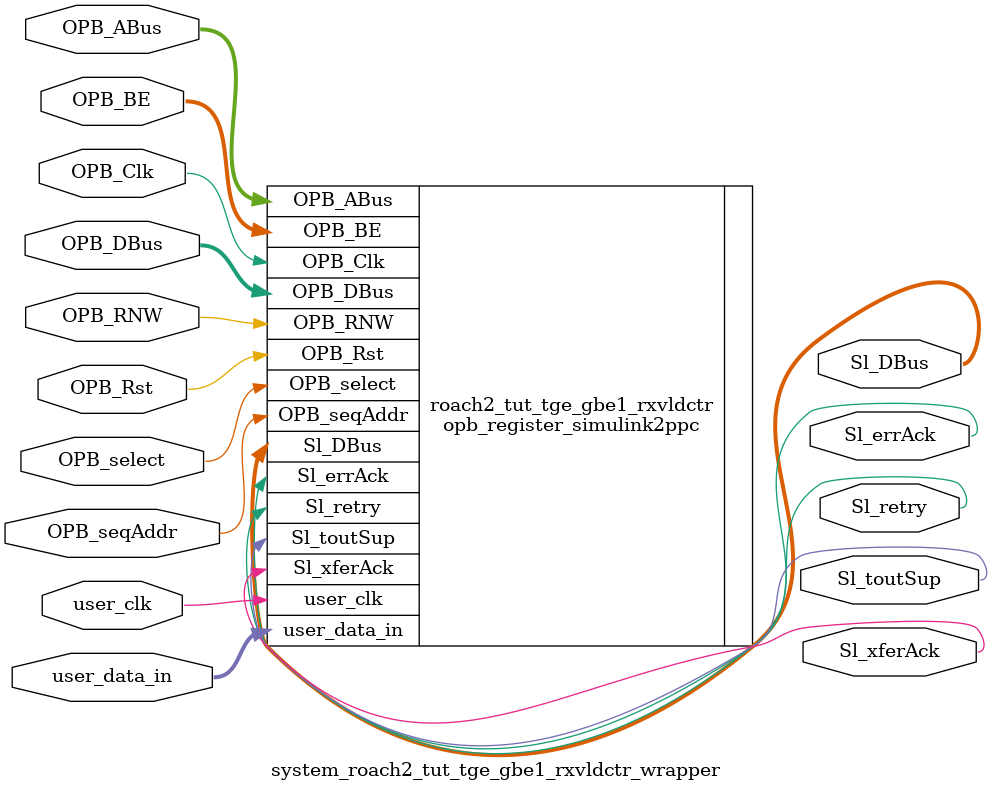
<source format=v>

module system_roach2_tut_tge_gbe1_rxvldctr_wrapper
  (
    OPB_Clk,
    OPB_Rst,
    Sl_DBus,
    Sl_errAck,
    Sl_retry,
    Sl_toutSup,
    Sl_xferAck,
    OPB_ABus,
    OPB_BE,
    OPB_DBus,
    OPB_RNW,
    OPB_select,
    OPB_seqAddr,
    user_data_in,
    user_clk
  );
  input OPB_Clk;
  input OPB_Rst;
  output [0:31] Sl_DBus;
  output Sl_errAck;
  output Sl_retry;
  output Sl_toutSup;
  output Sl_xferAck;
  input [0:31] OPB_ABus;
  input [0:3] OPB_BE;
  input [0:31] OPB_DBus;
  input OPB_RNW;
  input OPB_select;
  input OPB_seqAddr;
  input [31:0] user_data_in;
  input user_clk;

  opb_register_simulink2ppc
    #(
      .C_BASEADDR ( 32'h010C0200 ),
      .C_HIGHADDR ( 32'h010C02FF ),
      .C_OPB_AWIDTH ( 32 ),
      .C_OPB_DWIDTH ( 32 ),
      .C_FAMILY ( "virtex6" )
    )
    roach2_tut_tge_gbe1_rxvldctr (
      .OPB_Clk ( OPB_Clk ),
      .OPB_Rst ( OPB_Rst ),
      .Sl_DBus ( Sl_DBus ),
      .Sl_errAck ( Sl_errAck ),
      .Sl_retry ( Sl_retry ),
      .Sl_toutSup ( Sl_toutSup ),
      .Sl_xferAck ( Sl_xferAck ),
      .OPB_ABus ( OPB_ABus ),
      .OPB_BE ( OPB_BE ),
      .OPB_DBus ( OPB_DBus ),
      .OPB_RNW ( OPB_RNW ),
      .OPB_select ( OPB_select ),
      .OPB_seqAddr ( OPB_seqAddr ),
      .user_data_in ( user_data_in ),
      .user_clk ( user_clk )
    );

endmodule


</source>
